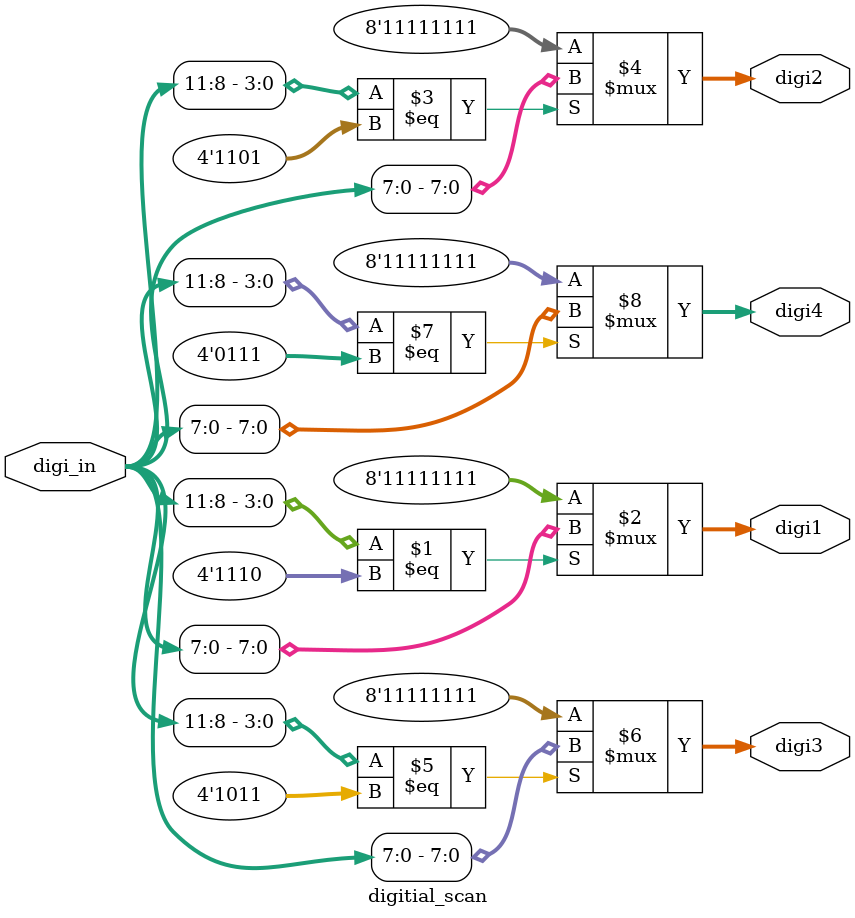
<source format=v>
`timescale 1ns / 1ps
module digitial_scan(digi1,digi2,digi3,digi4,digi_in);
//È·±£Ð¡Êýµã²»ÁÁ£¬Êä³ö¸ÄÎª8Î»
output [7:0]digi1,digi2,digi3,digi4;
input [11:0]digi_in;
assign digi1=(digi_in[11:8]==4'b1110)?digi_in[7:0]:8'b1111_1111;
assign digi2=(digi_in[11:8]==4'b1101)?digi_in[7:0]:8'b1111_1111;
assign digi3=(digi_in[11:8]==4'b1011)?digi_in[7:0]:8'b1111_1111;
assign digi4=(digi_in[11:8]==4'b0111)?digi_in[7:0]:8'b1111_1111;
endmodule

</source>
